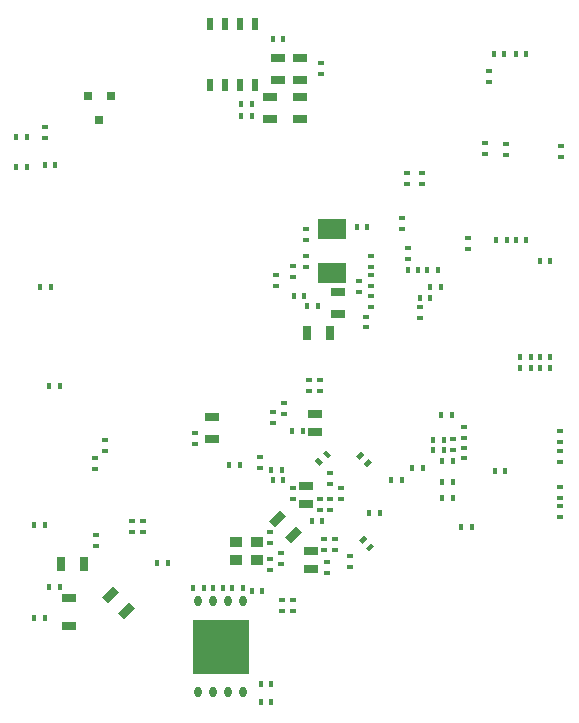
<source format=gbr>
G04 #@! TF.FileFunction,Paste,Bot*
%FSLAX46Y46*%
G04 Gerber Fmt 4.6, Leading zero omitted, Abs format (unit mm)*
G04 Created by KiCad (PCBNEW 0.201512080931+6353~38~ubuntu14.04.1-stable) date Mon 21 Dec 2015 12:54:57 AM PST*
%MOMM*%
G01*
G04 APERTURE LIST*
%ADD10C,0.100000*%
%ADD11R,0.599440X0.398780*%
%ADD12R,1.300000X0.700000*%
%ADD13R,0.398780X0.599440*%
%ADD14O,0.600000X0.900000*%
%ADD15R,4.800000X4.650000*%
%ADD16R,1.143000X0.635000*%
%ADD17R,0.700000X1.300000*%
%ADD18R,0.500000X1.100000*%
%ADD19R,1.000000X0.900000*%
%ADD20R,1.300000X0.650000*%
%ADD21R,2.400000X1.700000*%
%ADD22R,0.800100X0.800100*%
G04 APERTURE END LIST*
D10*
D11*
X125984000Y-96969580D03*
X125984000Y-96070420D03*
X119888000Y-90619580D03*
X119888000Y-89720420D03*
D12*
X103886000Y-90485000D03*
X103886000Y-88585000D03*
D11*
X114046000Y-110558580D03*
X114046000Y-109659420D03*
D13*
X114612420Y-106553000D03*
X115511580Y-106553000D03*
D14*
X99060000Y-142280000D03*
X97790000Y-142280000D03*
X96520000Y-142280000D03*
X95250000Y-142280000D03*
X95250000Y-134580000D03*
X96520000Y-134580000D03*
X97790000Y-134580000D03*
X99060000Y-134580000D03*
D15*
X97155000Y-138430000D03*
D11*
X101854000Y-106992420D03*
X101854000Y-107891580D03*
X106172000Y-132148580D03*
X106172000Y-131249420D03*
X106426000Y-125915420D03*
X106426000Y-126814580D03*
X106807000Y-129344420D03*
X106807000Y-130243580D03*
X105537000Y-125915420D03*
X105537000Y-126814580D03*
X105918000Y-129344420D03*
X105918000Y-130243580D03*
D16*
X104394000Y-126365000D03*
X104394000Y-124841000D03*
D11*
X106426000Y-123756420D03*
X106426000Y-124655580D03*
D16*
X104775000Y-130302000D03*
X104775000Y-131826000D03*
D13*
X112463580Y-124333000D03*
X111564420Y-124333000D03*
D11*
X101346000Y-131894580D03*
X101346000Y-130995420D03*
X101346000Y-128709420D03*
X101346000Y-129608580D03*
D13*
X110622080Y-127127000D03*
X109722920Y-127127000D03*
D11*
X108077000Y-131640580D03*
X108077000Y-130741420D03*
X103251000Y-125026420D03*
X103251000Y-125925580D03*
D13*
X104081580Y-120142000D03*
X103182420Y-120142000D03*
X114241580Y-123266200D03*
X113342420Y-123266200D03*
D10*
G36*
X105402155Y-122392977D02*
X105826023Y-122816845D01*
X105544043Y-123098825D01*
X105120175Y-122674957D01*
X105402155Y-122392977D01*
X105402155Y-122392977D01*
G37*
G36*
X106037957Y-121757175D02*
X106461825Y-122181043D01*
X106179845Y-122463023D01*
X105755977Y-122039155D01*
X106037957Y-121757175D01*
X106037957Y-121757175D01*
G37*
D11*
X105537000Y-115882420D03*
X105537000Y-116781580D03*
X101600000Y-118549420D03*
X101600000Y-119448580D03*
D16*
X105092500Y-118745000D03*
X105092500Y-120269000D03*
D10*
G36*
X103994858Y-128729619D02*
X103075619Y-129648858D01*
X102580644Y-129153883D01*
X103499883Y-128234644D01*
X103994858Y-128729619D01*
X103994858Y-128729619D01*
G37*
G36*
X102651356Y-127386117D02*
X101732117Y-128305356D01*
X101237142Y-127810381D01*
X102156381Y-126891142D01*
X102651356Y-127386117D01*
X102651356Y-127386117D01*
G37*
D13*
X105732580Y-127762000D03*
X104833420Y-127762000D03*
D11*
X100457000Y-123258580D03*
X100457000Y-122359420D03*
X102489000Y-117787420D03*
X102489000Y-118686580D03*
D10*
G36*
X109438977Y-130055845D02*
X109862845Y-129631977D01*
X110144825Y-129913957D01*
X109720957Y-130337825D01*
X109438977Y-130055845D01*
X109438977Y-130055845D01*
G37*
G36*
X108803175Y-129420043D02*
X109227043Y-128996175D01*
X109509023Y-129278155D01*
X109085155Y-129702023D01*
X108803175Y-129420043D01*
X108803175Y-129420043D01*
G37*
G36*
X109285023Y-122166155D02*
X108861155Y-122590023D01*
X108579175Y-122308043D01*
X109003043Y-121884175D01*
X109285023Y-122166155D01*
X109285023Y-122166155D01*
G37*
G36*
X109920825Y-122801957D02*
X109496957Y-123225825D01*
X109214977Y-122943845D01*
X109638845Y-122519977D01*
X109920825Y-122801957D01*
X109920825Y-122801957D01*
G37*
D11*
X104648000Y-115882420D03*
X104648000Y-116781580D03*
D13*
X102303580Y-123444000D03*
X101404420Y-123444000D03*
X102430580Y-124333000D03*
X101531420Y-124333000D03*
D11*
X94996000Y-120327420D03*
X94996000Y-121226580D03*
D12*
X96393000Y-120838000D03*
X96393000Y-118938000D03*
D13*
X83507580Y-133350000D03*
X82608420Y-133350000D03*
D11*
X86614000Y-129862580D03*
X86614000Y-128963420D03*
D13*
X81338420Y-136017000D03*
X82237580Y-136017000D03*
D17*
X83632000Y-131445000D03*
X85532000Y-131445000D03*
D11*
X125857000Y-120200420D03*
X125857000Y-121099580D03*
X125857000Y-126550420D03*
X125857000Y-127449580D03*
D13*
X115818920Y-118808500D03*
X116718080Y-118808500D03*
D11*
X125857000Y-124899420D03*
X125857000Y-125798580D03*
X125857000Y-121851420D03*
X125857000Y-122750580D03*
D13*
X115882420Y-125857000D03*
X116781580Y-125857000D03*
X115882420Y-124460000D03*
X116781580Y-124460000D03*
X115882420Y-122682000D03*
X116781580Y-122682000D03*
X121226580Y-123571000D03*
X120327420Y-123571000D03*
X118369080Y-128270000D03*
X117469920Y-128270000D03*
X123385580Y-113919000D03*
X122486420Y-113919000D03*
X125036580Y-114808000D03*
X124137420Y-114808000D03*
D11*
X117729000Y-122471180D03*
X117729000Y-121572020D03*
X117729000Y-119819420D03*
X117729000Y-120718580D03*
X103251000Y-135387080D03*
X103251000Y-134487920D03*
X113030000Y-104706420D03*
X113030000Y-105605580D03*
X114173000Y-99255580D03*
X114173000Y-98356420D03*
D13*
X98102420Y-133477000D03*
X99001580Y-133477000D03*
X100652580Y-133731000D03*
X99753420Y-133731000D03*
X102430580Y-86995000D03*
X101531420Y-86995000D03*
X98864420Y-92456000D03*
X99763580Y-92456000D03*
X109542580Y-102870000D03*
X108643420Y-102870000D03*
D11*
X104394000Y-103954580D03*
X104394000Y-103055420D03*
X108839000Y-108399580D03*
X108839000Y-107500420D03*
D13*
X105351580Y-109601000D03*
X104452420Y-109601000D03*
D17*
X106360000Y-111887000D03*
X104460000Y-111887000D03*
D11*
X103251000Y-107129580D03*
X103251000Y-106230420D03*
D12*
X107061000Y-110297000D03*
X107061000Y-108397000D03*
D11*
X107315000Y-125925580D03*
X107315000Y-125026420D03*
D12*
X101981000Y-90485000D03*
X101981000Y-88585000D03*
X101346000Y-93787000D03*
X101346000Y-91887000D03*
D11*
X102235000Y-131386580D03*
X102235000Y-130487420D03*
D13*
X100515420Y-141605000D03*
X101414580Y-141605000D03*
X83126580Y-97663000D03*
X82227420Y-97663000D03*
D11*
X86487000Y-123385580D03*
X86487000Y-122486420D03*
D13*
X82608420Y-116332000D03*
X83507580Y-116332000D03*
X81338420Y-128143000D03*
X82237580Y-128143000D03*
X101414580Y-143129000D03*
X100515420Y-143129000D03*
X81846420Y-107950000D03*
X82745580Y-107950000D03*
D11*
X89662000Y-128719580D03*
X89662000Y-127820420D03*
X90551000Y-128719580D03*
X90551000Y-127820420D03*
D13*
X122486420Y-114808000D03*
X123385580Y-114808000D03*
X124137420Y-113919000D03*
X125036580Y-113919000D03*
X115120420Y-121793000D03*
X116019580Y-121793000D03*
X115120420Y-120904000D03*
X116019580Y-120904000D03*
D11*
X116840000Y-120835420D03*
X116840000Y-121734580D03*
X102362000Y-134487920D03*
X102362000Y-135387080D03*
D13*
X113860580Y-106553000D03*
X112961420Y-106553000D03*
X114876580Y-108896720D03*
X113977420Y-108896720D03*
X115765580Y-107950000D03*
X114866420Y-107950000D03*
D11*
X112903000Y-99255580D03*
X112903000Y-98356420D03*
D13*
X97350580Y-133477000D03*
X96451420Y-133477000D03*
X94800420Y-133477000D03*
X95699580Y-133477000D03*
D11*
X104394000Y-105341420D03*
X104394000Y-106240580D03*
D13*
X97848420Y-123063000D03*
X98747580Y-123063000D03*
X104208580Y-108712000D03*
X103309420Y-108712000D03*
D18*
X96266000Y-90865000D03*
X96266000Y-85665000D03*
X97536000Y-90865000D03*
X98806000Y-90865000D03*
X100076000Y-90865000D03*
X97536000Y-85665000D03*
X98806000Y-85665000D03*
X100076000Y-85665000D03*
D19*
X100239000Y-131077000D03*
X98389000Y-131077000D03*
X98389000Y-129527000D03*
X100239000Y-129527000D03*
D20*
X84328000Y-134334000D03*
X84328000Y-136684000D03*
D21*
X106553000Y-106752000D03*
X106553000Y-103052000D03*
D12*
X103886000Y-93787000D03*
X103886000Y-91887000D03*
D13*
X80713580Y-97790000D03*
X79814420Y-97790000D03*
X80713580Y-95250000D03*
X79814420Y-95250000D03*
D11*
X82296000Y-94419420D03*
X82296000Y-95318580D03*
X87376000Y-120962420D03*
X87376000Y-121861580D03*
D13*
X92651580Y-131318000D03*
X91752420Y-131318000D03*
D11*
X109855000Y-109669580D03*
X109855000Y-108770420D03*
X109855000Y-106992420D03*
X109855000Y-107891580D03*
D22*
X85918000Y-91836240D03*
X87818000Y-91836240D03*
X86868000Y-93835220D03*
D11*
X109474000Y-111389160D03*
X109474000Y-110490000D03*
X109855000Y-105341420D03*
X109855000Y-106240580D03*
X112522000Y-103065580D03*
X112522000Y-102166420D03*
D10*
G36*
X89861107Y-135169868D02*
X88941868Y-136089107D01*
X88446893Y-135594132D01*
X89366132Y-134674893D01*
X89861107Y-135169868D01*
X89861107Y-135169868D01*
G37*
G36*
X88517605Y-133826366D02*
X87598366Y-134745605D01*
X87103391Y-134250630D01*
X88022630Y-133331391D01*
X88517605Y-133826366D01*
X88517605Y-133826366D01*
G37*
D11*
X119507000Y-95816420D03*
X119507000Y-96715580D03*
X121285000Y-95885000D03*
X121285000Y-96784160D03*
D13*
X121353580Y-104013000D03*
X120454420Y-104013000D03*
X122105420Y-104013000D03*
X123004580Y-104013000D03*
D11*
X118110000Y-103817420D03*
X118110000Y-104716580D03*
D13*
X125036580Y-105791000D03*
X124137420Y-105791000D03*
X122105420Y-88265000D03*
X123004580Y-88265000D03*
X121158000Y-88265000D03*
X120258840Y-88265000D03*
D11*
X105664000Y-89016840D03*
X105664000Y-89916000D03*
D13*
X98864420Y-93472000D03*
X99763580Y-93472000D03*
M02*

</source>
